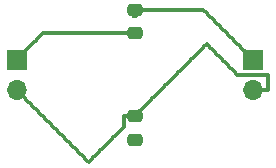
<source format=gtl>
%TF.GenerationSoftware,KiCad,Pcbnew,9.0.7*%
%TF.CreationDate,2026-01-08T12:12:57-08:00*%
%TF.ProjectId,voltage_divider_routed,766f6c74-6167-4655-9f64-697669646572,rev?*%
%TF.SameCoordinates,Original*%
%TF.FileFunction,Copper,L1,Top*%
%TF.FilePolarity,Positive*%
%FSLAX46Y46*%
G04 Gerber Fmt 4.6, Leading zero omitted, Abs format (unit mm)*
G04 Created by KiCad (PCBNEW 9.0.7) date 2026-01-08 12:12:57*
%MOMM*%
%LPD*%
G01*
G04 APERTURE LIST*
G04 Aperture macros list*
%AMRoundRect*
0 Rectangle with rounded corners*
0 $1 Rounding radius*
0 $2 $3 $4 $5 $6 $7 $8 $9 X,Y pos of 4 corners*
0 Add a 4 corners polygon primitive as box body*
4,1,4,$2,$3,$4,$5,$6,$7,$8,$9,$2,$3,0*
0 Add four circle primitives for the rounded corners*
1,1,$1+$1,$2,$3*
1,1,$1+$1,$4,$5*
1,1,$1+$1,$6,$7*
1,1,$1+$1,$8,$9*
0 Add four rect primitives between the rounded corners*
20,1,$1+$1,$2,$3,$4,$5,0*
20,1,$1+$1,$4,$5,$6,$7,0*
20,1,$1+$1,$6,$7,$8,$9,0*
20,1,$1+$1,$8,$9,$2,$3,0*%
G04 Aperture macros list end*
%TA.AperFunction,ComponentPad*%
%ADD10R,1.700000X1.700000*%
%TD*%
%TA.AperFunction,ComponentPad*%
%ADD11O,1.700000X1.700000*%
%TD*%
%TA.AperFunction,SMDPad,CuDef*%
%ADD12RoundRect,0.250000X0.400000X-0.250000X0.400000X0.250000X-0.400000X0.250000X-0.400000X-0.250000X0*%
%TD*%
%TA.AperFunction,ViaPad*%
%ADD13C,0.600000*%
%TD*%
%TA.AperFunction,Conductor*%
%ADD14C,0.300000*%
%TD*%
G04 APERTURE END LIST*
D10*
%TO.P,J1,1*%
%TO.N,VIN*%
X105000000Y-111230000D03*
D11*
%TO.P,J1,2*%
%TO.N,GND*%
X105000000Y-113770000D03*
%TD*%
D12*
%TO.P,R1,1*%
%TO.N,VIN*%
X115000000Y-109000000D03*
%TO.P,R1,2*%
%TO.N,VOUT*%
X115000000Y-107000000D03*
%TD*%
%TO.P,R2,1*%
%TO.N,VOUT*%
X115000000Y-118000000D03*
%TO.P,R2,2*%
%TO.N,GND*%
X115000000Y-116000000D03*
%TD*%
D10*
%TO.P,J2,1*%
%TO.N,VOUT*%
X125000000Y-111230000D03*
D11*
%TO.P,J2,2*%
%TO.N,GND*%
X125000000Y-113770000D03*
%TD*%
D13*
%TO.N,VOUT*%
X115000000Y-107400000D03*
X115000000Y-118000000D03*
%TD*%
D14*
%TO.N,GND*%
X105000000Y-113770000D02*
X105000000Y-113800000D01*
X105000000Y-113800000D02*
X105100000Y-113900000D01*
X105100000Y-113900000D02*
X105200000Y-114000000D01*
X105200000Y-114000000D02*
X105300000Y-114100000D01*
X105300000Y-114100000D02*
X105400000Y-114200000D01*
X105400000Y-114200000D02*
X105500000Y-114300000D01*
X105500000Y-114300000D02*
X105600000Y-114400000D01*
X105600000Y-114400000D02*
X105700000Y-114500000D01*
X105700000Y-114500000D02*
X105800000Y-114600000D01*
X105800000Y-114600000D02*
X105900000Y-114700000D01*
X105900000Y-114700000D02*
X106000000Y-114800000D01*
X106000000Y-114800000D02*
X106100000Y-114900000D01*
X106100000Y-114900000D02*
X106200000Y-115000000D01*
X106200000Y-115000000D02*
X106300000Y-115100000D01*
X106300000Y-115100000D02*
X106400000Y-115200000D01*
X106400000Y-115200000D02*
X106500000Y-115300000D01*
X106500000Y-115300000D02*
X106600000Y-115400000D01*
X106600000Y-115400000D02*
X106700000Y-115500000D01*
X106700000Y-115500000D02*
X106800000Y-115600000D01*
X106800000Y-115600000D02*
X106900000Y-115700000D01*
X106900000Y-115700000D02*
X107000000Y-115800000D01*
X107000000Y-115800000D02*
X107100000Y-115900000D01*
X107100000Y-115900000D02*
X107200000Y-116000000D01*
X107200000Y-116000000D02*
X107300000Y-116100000D01*
X107300000Y-116100000D02*
X107400000Y-116200000D01*
X107400000Y-116200000D02*
X107500000Y-116300000D01*
X107500000Y-116300000D02*
X107600000Y-116400000D01*
X107600000Y-116400000D02*
X107700000Y-116500000D01*
X107700000Y-116500000D02*
X107800000Y-116600000D01*
X107800000Y-116600000D02*
X107900000Y-116700000D01*
X107900000Y-116700000D02*
X108000000Y-116800000D01*
X108000000Y-116800000D02*
X108100000Y-116900000D01*
X108100000Y-116900000D02*
X108200000Y-117000000D01*
X108200000Y-117000000D02*
X108300000Y-117100000D01*
X108300000Y-117100000D02*
X108400000Y-117200000D01*
X108400000Y-117200000D02*
X108500000Y-117300000D01*
X108500000Y-117300000D02*
X108600000Y-117400000D01*
X108600000Y-117400000D02*
X108700000Y-117500000D01*
X108700000Y-117500000D02*
X108800000Y-117600000D01*
X108800000Y-117600000D02*
X108900000Y-117700000D01*
X108900000Y-117700000D02*
X109000000Y-117800000D01*
X109000000Y-117800000D02*
X109100000Y-117900000D01*
X109100000Y-117900000D02*
X109200000Y-118000000D01*
X109200000Y-118000000D02*
X109300000Y-118100000D01*
X109300000Y-118100000D02*
X109400000Y-118200000D01*
X109400000Y-118200000D02*
X109500000Y-118300000D01*
X109500000Y-118300000D02*
X109600000Y-118400000D01*
X109600000Y-118400000D02*
X109700000Y-118500000D01*
X109700000Y-118500000D02*
X109800000Y-118600000D01*
X109800000Y-118600000D02*
X109900000Y-118700000D01*
X109900000Y-118700000D02*
X110000000Y-118800000D01*
X110000000Y-118800000D02*
X110100000Y-118900000D01*
X110100000Y-118900000D02*
X110200000Y-119000000D01*
X110200000Y-119000000D02*
X110300000Y-119100000D01*
X110300000Y-119100000D02*
X110400000Y-119200000D01*
X110400000Y-119200000D02*
X110500000Y-119300000D01*
X110500000Y-119300000D02*
X110600000Y-119400000D01*
X110600000Y-119400000D02*
X110700000Y-119500000D01*
X110700000Y-119500000D02*
X110800000Y-119600000D01*
X110800000Y-119600000D02*
X110900000Y-119700000D01*
X110900000Y-119700000D02*
X111000000Y-119800000D01*
X111000000Y-119800000D02*
X111100000Y-119900000D01*
X111100000Y-119900000D02*
X111200000Y-119800000D01*
X111200000Y-119800000D02*
X111300000Y-119700000D01*
X111300000Y-119700000D02*
X111400000Y-119600000D01*
X111400000Y-119600000D02*
X111500000Y-119500000D01*
X111500000Y-119500000D02*
X111600000Y-119400000D01*
X111600000Y-119400000D02*
X111700000Y-119300000D01*
X111700000Y-119300000D02*
X111800000Y-119200000D01*
X111800000Y-119200000D02*
X111900000Y-119100000D01*
X111900000Y-119100000D02*
X112000000Y-119000000D01*
X112000000Y-119000000D02*
X112100000Y-118900000D01*
X112100000Y-118900000D02*
X112200000Y-118800000D01*
X112200000Y-118800000D02*
X112300000Y-118700000D01*
X112300000Y-118700000D02*
X112400000Y-118600000D01*
X112400000Y-118600000D02*
X112500000Y-118500000D01*
X112500000Y-118500000D02*
X112600000Y-118400000D01*
X112600000Y-118400000D02*
X112700000Y-118300000D01*
X112700000Y-118300000D02*
X112800000Y-118200000D01*
X112800000Y-118200000D02*
X112900000Y-118100000D01*
X112900000Y-118100000D02*
X113000000Y-118000000D01*
X113000000Y-118000000D02*
X113100000Y-117900000D01*
X113100000Y-117900000D02*
X113200000Y-117800000D01*
X113200000Y-117800000D02*
X113300000Y-117700000D01*
X113300000Y-117700000D02*
X113400000Y-117600000D01*
X113400000Y-117600000D02*
X113500000Y-117500000D01*
X113500000Y-117500000D02*
X113600000Y-117400000D01*
X113600000Y-117400000D02*
X113700000Y-117300000D01*
X113700000Y-117300000D02*
X113800000Y-117200000D01*
X113800000Y-117200000D02*
X113900000Y-117100000D01*
X113900000Y-117100000D02*
X114000000Y-117000000D01*
X114000000Y-117000000D02*
X114100000Y-116900000D01*
X114100000Y-116900000D02*
X114100000Y-116800000D01*
X114100000Y-116800000D02*
X114100000Y-116700000D01*
X114100000Y-116700000D02*
X114100000Y-116600000D01*
X114100000Y-116600000D02*
X114100000Y-116500000D01*
X114100000Y-116500000D02*
X114100000Y-116400000D01*
X114100000Y-116400000D02*
X114100000Y-116300000D01*
X114100000Y-116300000D02*
X114100000Y-116200000D01*
X114100000Y-116200000D02*
X114100000Y-116100000D01*
X114100000Y-116100000D02*
X114100000Y-116000000D01*
X114100000Y-116000000D02*
X114200000Y-116000000D01*
X114200000Y-116000000D02*
X114300000Y-116000000D01*
X114300000Y-116000000D02*
X114400000Y-116000000D01*
X114400000Y-116000000D02*
X114500000Y-116000000D01*
X114500000Y-116000000D02*
X114600000Y-116000000D01*
X114600000Y-116000000D02*
X114700000Y-116000000D01*
X114700000Y-116000000D02*
X114800000Y-116000000D01*
X114800000Y-116000000D02*
X114900000Y-116000000D01*
X114900000Y-116000000D02*
X115000000Y-116000000D01*
X115000000Y-116000000D02*
X115100000Y-115900000D01*
X115100000Y-115900000D02*
X115200000Y-115800000D01*
X115200000Y-115800000D02*
X115300000Y-115700000D01*
X115300000Y-115700000D02*
X115400000Y-115600000D01*
X115400000Y-115600000D02*
X115500000Y-115500000D01*
X115500000Y-115500000D02*
X115600000Y-115400000D01*
X115600000Y-115400000D02*
X115700000Y-115300000D01*
X115700000Y-115300000D02*
X115800000Y-115200000D01*
X115800000Y-115200000D02*
X115900000Y-115100000D01*
X115900000Y-115100000D02*
X116000000Y-115000000D01*
X116000000Y-115000000D02*
X116100000Y-114900000D01*
X116100000Y-114900000D02*
X116200000Y-114800000D01*
X116200000Y-114800000D02*
X116300000Y-114700000D01*
X116300000Y-114700000D02*
X116400000Y-114600000D01*
X116400000Y-114600000D02*
X116500000Y-114500000D01*
X116500000Y-114500000D02*
X116600000Y-114400000D01*
X116600000Y-114400000D02*
X116700000Y-114300000D01*
X116700000Y-114300000D02*
X116800000Y-114200000D01*
X116800000Y-114200000D02*
X116900000Y-114100000D01*
X116900000Y-114100000D02*
X117000000Y-114000000D01*
X117000000Y-114000000D02*
X117100000Y-113900000D01*
X117100000Y-113900000D02*
X117200000Y-113800000D01*
X117200000Y-113800000D02*
X117300000Y-113700000D01*
X117300000Y-113700000D02*
X117400000Y-113600000D01*
X117400000Y-113600000D02*
X117500000Y-113500000D01*
X117500000Y-113500000D02*
X117600000Y-113400000D01*
X117600000Y-113400000D02*
X117700000Y-113300000D01*
X117700000Y-113300000D02*
X117800000Y-113200000D01*
X117800000Y-113200000D02*
X117900000Y-113100000D01*
X117900000Y-113100000D02*
X118000000Y-113000000D01*
X118000000Y-113000000D02*
X118100000Y-112900000D01*
X118100000Y-112900000D02*
X118200000Y-112800000D01*
X118200000Y-112800000D02*
X118300000Y-112700000D01*
X118300000Y-112700000D02*
X118400000Y-112600000D01*
X118400000Y-112600000D02*
X118500000Y-112500000D01*
X118500000Y-112500000D02*
X118600000Y-112400000D01*
X118600000Y-112400000D02*
X118700000Y-112300000D01*
X118700000Y-112300000D02*
X118800000Y-112200000D01*
X118800000Y-112200000D02*
X118900000Y-112100000D01*
X118900000Y-112100000D02*
X119000000Y-112000000D01*
X119000000Y-112000000D02*
X119100000Y-111900000D01*
X119100000Y-111900000D02*
X119200000Y-111800000D01*
X119200000Y-111800000D02*
X119300000Y-111700000D01*
X119300000Y-111700000D02*
X119400000Y-111600000D01*
X119400000Y-111600000D02*
X119500000Y-111500000D01*
X119500000Y-111500000D02*
X119600000Y-111400000D01*
X119600000Y-111400000D02*
X119700000Y-111300000D01*
X119700000Y-111300000D02*
X119800000Y-111200000D01*
X119800000Y-111200000D02*
X119900000Y-111100000D01*
X119900000Y-111100000D02*
X120000000Y-111000000D01*
X120000000Y-111000000D02*
X120100000Y-110900000D01*
X120100000Y-110900000D02*
X120200000Y-110800000D01*
X120200000Y-110800000D02*
X120300000Y-110700000D01*
X120300000Y-110700000D02*
X120400000Y-110600000D01*
X120400000Y-110600000D02*
X120500000Y-110500000D01*
X120500000Y-110500000D02*
X120600000Y-110400000D01*
X120600000Y-110400000D02*
X120700000Y-110300000D01*
X120700000Y-110300000D02*
X120800000Y-110200000D01*
X120800000Y-110200000D02*
X120900000Y-110100000D01*
X120900000Y-110100000D02*
X121000000Y-110000000D01*
X121000000Y-110000000D02*
X121100000Y-109900000D01*
X121100000Y-109900000D02*
X121200000Y-110000000D01*
X121200000Y-110000000D02*
X121300000Y-110100000D01*
X121300000Y-110100000D02*
X121400000Y-110200000D01*
X121400000Y-110200000D02*
X121500000Y-110300000D01*
X121500000Y-110300000D02*
X121600000Y-110400000D01*
X121600000Y-110400000D02*
X121700000Y-110500000D01*
X121700000Y-110500000D02*
X121800000Y-110600000D01*
X121800000Y-110600000D02*
X121900000Y-110700000D01*
X121900000Y-110700000D02*
X122000000Y-110800000D01*
X122000000Y-110800000D02*
X122100000Y-110900000D01*
X122100000Y-110900000D02*
X122200000Y-111000000D01*
X122200000Y-111000000D02*
X122300000Y-111100000D01*
X122300000Y-111100000D02*
X122400000Y-111200000D01*
X122400000Y-111200000D02*
X122500000Y-111300000D01*
X122500000Y-111300000D02*
X122600000Y-111400000D01*
X122600000Y-111400000D02*
X122700000Y-111500000D01*
X122700000Y-111500000D02*
X122800000Y-111600000D01*
X122800000Y-111600000D02*
X122900000Y-111700000D01*
X122900000Y-111700000D02*
X123000000Y-111800000D01*
X123000000Y-111800000D02*
X123100000Y-111900000D01*
X123100000Y-111900000D02*
X123200000Y-112000000D01*
X123200000Y-112000000D02*
X123300000Y-112100000D01*
X123300000Y-112100000D02*
X123400000Y-112200000D01*
X123400000Y-112200000D02*
X123500000Y-112300000D01*
X123500000Y-112300000D02*
X123600000Y-112400000D01*
X123600000Y-112400000D02*
X123700000Y-112500000D01*
X123700000Y-112500000D02*
X123800000Y-112500000D01*
X123800000Y-112500000D02*
X123900000Y-112500000D01*
X123900000Y-112500000D02*
X124000000Y-112500000D01*
X124000000Y-112500000D02*
X124100000Y-112500000D01*
X124100000Y-112500000D02*
X124200000Y-112500000D01*
X124200000Y-112500000D02*
X124300000Y-112500000D01*
X124300000Y-112500000D02*
X124400000Y-112500000D01*
X124400000Y-112500000D02*
X124500000Y-112500000D01*
X124500000Y-112500000D02*
X124600000Y-112500000D01*
X124600000Y-112500000D02*
X124700000Y-112500000D01*
X124700000Y-112500000D02*
X124800000Y-112500000D01*
X124800000Y-112500000D02*
X124900000Y-112500000D01*
X124900000Y-112500000D02*
X125000000Y-112500000D01*
X125000000Y-112500000D02*
X125100000Y-112500000D01*
X125100000Y-112500000D02*
X125200000Y-112500000D01*
X125200000Y-112500000D02*
X125300000Y-112500000D01*
X125300000Y-112500000D02*
X125400000Y-112500000D01*
X125400000Y-112500000D02*
X125500000Y-112500000D01*
X125500000Y-112500000D02*
X125600000Y-112500000D01*
X125600000Y-112500000D02*
X125700000Y-112500000D01*
X125700000Y-112500000D02*
X125800000Y-112500000D01*
X125800000Y-112500000D02*
X125900000Y-112500000D01*
X125900000Y-112500000D02*
X126000000Y-112500000D01*
X126000000Y-112500000D02*
X126100000Y-112500000D01*
X126100000Y-112500000D02*
X126200000Y-112500000D01*
X126200000Y-112500000D02*
X126300000Y-112500000D01*
X126300000Y-112500000D02*
X126300000Y-112600000D01*
X126300000Y-112600000D02*
X126300000Y-112700000D01*
X126300000Y-112700000D02*
X126300000Y-112800000D01*
X126300000Y-112800000D02*
X126300000Y-112900000D01*
X126300000Y-112900000D02*
X126300000Y-113000000D01*
X126300000Y-113000000D02*
X126300000Y-113100000D01*
X126300000Y-113100000D02*
X126300000Y-113200000D01*
X126300000Y-113200000D02*
X126300000Y-113300000D01*
X126300000Y-113300000D02*
X126300000Y-113400000D01*
X126300000Y-113400000D02*
X126300000Y-113500000D01*
X126300000Y-113500000D02*
X126300000Y-113600000D01*
X126300000Y-113600000D02*
X126300000Y-113700000D01*
X126300000Y-113700000D02*
X126300000Y-113800000D01*
X126300000Y-113800000D02*
X126200000Y-113800000D01*
X126200000Y-113800000D02*
X126100000Y-113800000D01*
X126100000Y-113800000D02*
X126000000Y-113800000D01*
X126000000Y-113800000D02*
X125900000Y-113800000D01*
X125900000Y-113800000D02*
X125800000Y-113800000D01*
X125800000Y-113800000D02*
X125700000Y-113800000D01*
X125700000Y-113800000D02*
X125600000Y-113800000D01*
X125600000Y-113800000D02*
X125500000Y-113800000D01*
X125500000Y-113800000D02*
X125400000Y-113800000D01*
X125400000Y-113800000D02*
X125300000Y-113800000D01*
X125300000Y-113800000D02*
X125200000Y-113800000D01*
X125200000Y-113800000D02*
X125100000Y-113800000D01*
X125100000Y-113800000D02*
X125000000Y-113800000D01*
X125000000Y-113800000D02*
X125000000Y-113770000D01*
%TO.N,VIN*%
X105000000Y-111230000D02*
X105000000Y-111200000D01*
X105000000Y-111200000D02*
X105100000Y-111100000D01*
X105100000Y-111100000D02*
X105200000Y-111000000D01*
X105200000Y-111000000D02*
X105300000Y-110900000D01*
X105300000Y-110900000D02*
X105400000Y-110800000D01*
X105400000Y-110800000D02*
X105500000Y-110700000D01*
X105500000Y-110700000D02*
X105600000Y-110600000D01*
X105600000Y-110600000D02*
X105700000Y-110500000D01*
X105700000Y-110500000D02*
X105800000Y-110400000D01*
X105800000Y-110400000D02*
X105900000Y-110300000D01*
X105900000Y-110300000D02*
X106000000Y-110200000D01*
X106000000Y-110200000D02*
X106100000Y-110100000D01*
X106100000Y-110100000D02*
X106200000Y-110000000D01*
X106200000Y-110000000D02*
X106300000Y-109900000D01*
X106300000Y-109900000D02*
X106400000Y-109800000D01*
X106400000Y-109800000D02*
X106500000Y-109700000D01*
X106500000Y-109700000D02*
X106600000Y-109600000D01*
X106600000Y-109600000D02*
X106700000Y-109500000D01*
X106700000Y-109500000D02*
X106800000Y-109400000D01*
X106800000Y-109400000D02*
X106900000Y-109300000D01*
X106900000Y-109300000D02*
X107000000Y-109200000D01*
X107000000Y-109200000D02*
X107100000Y-109100000D01*
X107100000Y-109100000D02*
X107200000Y-109000000D01*
X107200000Y-109000000D02*
X107300000Y-109000000D01*
X107300000Y-109000000D02*
X107400000Y-109000000D01*
X107400000Y-109000000D02*
X107500000Y-109000000D01*
X107500000Y-109000000D02*
X107600000Y-109000000D01*
X107600000Y-109000000D02*
X107700000Y-109000000D01*
X107700000Y-109000000D02*
X107800000Y-109000000D01*
X107800000Y-109000000D02*
X107900000Y-109000000D01*
X107900000Y-109000000D02*
X108000000Y-109000000D01*
X108000000Y-109000000D02*
X108100000Y-109000000D01*
X108100000Y-109000000D02*
X108200000Y-109000000D01*
X108200000Y-109000000D02*
X108300000Y-109000000D01*
X108300000Y-109000000D02*
X108400000Y-109000000D01*
X108400000Y-109000000D02*
X108500000Y-109000000D01*
X108500000Y-109000000D02*
X108600000Y-109000000D01*
X108600000Y-109000000D02*
X108700000Y-109000000D01*
X108700000Y-109000000D02*
X108800000Y-109000000D01*
X108800000Y-109000000D02*
X108900000Y-109000000D01*
X108900000Y-109000000D02*
X109000000Y-109000000D01*
X109000000Y-109000000D02*
X109100000Y-109000000D01*
X109100000Y-109000000D02*
X109200000Y-109000000D01*
X109200000Y-109000000D02*
X109300000Y-109000000D01*
X109300000Y-109000000D02*
X109400000Y-109000000D01*
X109400000Y-109000000D02*
X109500000Y-109000000D01*
X109500000Y-109000000D02*
X109600000Y-109000000D01*
X109600000Y-109000000D02*
X109700000Y-109000000D01*
X109700000Y-109000000D02*
X109800000Y-109000000D01*
X109800000Y-109000000D02*
X109900000Y-109000000D01*
X109900000Y-109000000D02*
X110000000Y-109000000D01*
X110000000Y-109000000D02*
X110100000Y-109000000D01*
X110100000Y-109000000D02*
X110200000Y-109000000D01*
X110200000Y-109000000D02*
X110300000Y-109000000D01*
X110300000Y-109000000D02*
X110400000Y-109000000D01*
X110400000Y-109000000D02*
X110500000Y-109000000D01*
X110500000Y-109000000D02*
X110600000Y-109000000D01*
X110600000Y-109000000D02*
X110700000Y-109000000D01*
X110700000Y-109000000D02*
X110800000Y-109000000D01*
X110800000Y-109000000D02*
X110900000Y-109000000D01*
X110900000Y-109000000D02*
X111000000Y-109000000D01*
X111000000Y-109000000D02*
X111100000Y-109000000D01*
X111100000Y-109000000D02*
X111200000Y-109000000D01*
X111200000Y-109000000D02*
X111300000Y-109000000D01*
X111300000Y-109000000D02*
X111400000Y-109000000D01*
X111400000Y-109000000D02*
X111500000Y-109000000D01*
X111500000Y-109000000D02*
X111600000Y-109000000D01*
X111600000Y-109000000D02*
X111700000Y-109000000D01*
X111700000Y-109000000D02*
X111800000Y-109000000D01*
X111800000Y-109000000D02*
X111900000Y-109000000D01*
X111900000Y-109000000D02*
X112000000Y-109000000D01*
X112000000Y-109000000D02*
X112100000Y-109000000D01*
X112100000Y-109000000D02*
X112200000Y-109000000D01*
X112200000Y-109000000D02*
X112300000Y-109000000D01*
X112300000Y-109000000D02*
X112400000Y-109000000D01*
X112400000Y-109000000D02*
X112500000Y-109000000D01*
X112500000Y-109000000D02*
X112600000Y-109000000D01*
X112600000Y-109000000D02*
X112700000Y-109000000D01*
X112700000Y-109000000D02*
X112800000Y-109000000D01*
X112800000Y-109000000D02*
X112900000Y-109000000D01*
X112900000Y-109000000D02*
X113000000Y-109000000D01*
X113000000Y-109000000D02*
X113100000Y-109000000D01*
X113100000Y-109000000D02*
X113200000Y-109000000D01*
X113200000Y-109000000D02*
X113300000Y-109000000D01*
X113300000Y-109000000D02*
X113400000Y-109000000D01*
X113400000Y-109000000D02*
X113500000Y-109000000D01*
X113500000Y-109000000D02*
X113600000Y-109000000D01*
X113600000Y-109000000D02*
X113700000Y-109000000D01*
X113700000Y-109000000D02*
X113800000Y-109000000D01*
X113800000Y-109000000D02*
X113900000Y-109000000D01*
X113900000Y-109000000D02*
X114000000Y-109000000D01*
X114000000Y-109000000D02*
X114100000Y-109000000D01*
X114100000Y-109000000D02*
X114200000Y-109000000D01*
X114200000Y-109000000D02*
X114300000Y-109000000D01*
X114300000Y-109000000D02*
X114400000Y-109000000D01*
X114400000Y-109000000D02*
X114500000Y-109000000D01*
X114500000Y-109000000D02*
X114600000Y-109000000D01*
X114600000Y-109000000D02*
X114700000Y-109000000D01*
X114700000Y-109000000D02*
X114800000Y-109000000D01*
X114800000Y-109000000D02*
X114900000Y-109000000D01*
X114900000Y-109000000D02*
X115000000Y-109000000D01*
%TO.N,VOUT*%
X115000000Y-107000000D02*
X115000000Y-107100000D01*
X115000000Y-107100000D02*
X115000000Y-107200000D01*
X115000000Y-107200000D02*
X115000000Y-107300000D01*
X115000000Y-107300000D02*
X115000000Y-107400000D01*
X115000000Y-107000000D02*
X115100000Y-107000000D01*
X115100000Y-107000000D02*
X115200000Y-107000000D01*
X115200000Y-107000000D02*
X115300000Y-107000000D01*
X115300000Y-107000000D02*
X115400000Y-107000000D01*
X115400000Y-107000000D02*
X115500000Y-107000000D01*
X115500000Y-107000000D02*
X115600000Y-107000000D01*
X115600000Y-107000000D02*
X115700000Y-107000000D01*
X115700000Y-107000000D02*
X115800000Y-107000000D01*
X115800000Y-107000000D02*
X115900000Y-107000000D01*
X115900000Y-107000000D02*
X116000000Y-107000000D01*
X116000000Y-107000000D02*
X116100000Y-107000000D01*
X116100000Y-107000000D02*
X116200000Y-107000000D01*
X116200000Y-107000000D02*
X116300000Y-107000000D01*
X116300000Y-107000000D02*
X116400000Y-107000000D01*
X116400000Y-107000000D02*
X116500000Y-107000000D01*
X116500000Y-107000000D02*
X116600000Y-107000000D01*
X116600000Y-107000000D02*
X116700000Y-107000000D01*
X116700000Y-107000000D02*
X116800000Y-107000000D01*
X116800000Y-107000000D02*
X116900000Y-107000000D01*
X116900000Y-107000000D02*
X117000000Y-107000000D01*
X117000000Y-107000000D02*
X117100000Y-107000000D01*
X117100000Y-107000000D02*
X117200000Y-107000000D01*
X117200000Y-107000000D02*
X117300000Y-107000000D01*
X117300000Y-107000000D02*
X117400000Y-107000000D01*
X117400000Y-107000000D02*
X117500000Y-107000000D01*
X117500000Y-107000000D02*
X117600000Y-107000000D01*
X117600000Y-107000000D02*
X117700000Y-107000000D01*
X117700000Y-107000000D02*
X117800000Y-107000000D01*
X117800000Y-107000000D02*
X117900000Y-107000000D01*
X117900000Y-107000000D02*
X118000000Y-107000000D01*
X118000000Y-107000000D02*
X118100000Y-107000000D01*
X118100000Y-107000000D02*
X118200000Y-107000000D01*
X118200000Y-107000000D02*
X118300000Y-107000000D01*
X118300000Y-107000000D02*
X118400000Y-107000000D01*
X118400000Y-107000000D02*
X118500000Y-107000000D01*
X118500000Y-107000000D02*
X118600000Y-107000000D01*
X118600000Y-107000000D02*
X118700000Y-107000000D01*
X118700000Y-107000000D02*
X118800000Y-107000000D01*
X118800000Y-107000000D02*
X118900000Y-107000000D01*
X118900000Y-107000000D02*
X119000000Y-107000000D01*
X119000000Y-107000000D02*
X119100000Y-107000000D01*
X119100000Y-107000000D02*
X119200000Y-107000000D01*
X119200000Y-107000000D02*
X119300000Y-107000000D01*
X119300000Y-107000000D02*
X119400000Y-107000000D01*
X119400000Y-107000000D02*
X119500000Y-107000000D01*
X119500000Y-107000000D02*
X119600000Y-107000000D01*
X119600000Y-107000000D02*
X119700000Y-107000000D01*
X119700000Y-107000000D02*
X119800000Y-107000000D01*
X119800000Y-107000000D02*
X119900000Y-107000000D01*
X119900000Y-107000000D02*
X120000000Y-107000000D01*
X120000000Y-107000000D02*
X120100000Y-107000000D01*
X120100000Y-107000000D02*
X120200000Y-107000000D01*
X120200000Y-107000000D02*
X120300000Y-107000000D01*
X120300000Y-107000000D02*
X120400000Y-107000000D01*
X120400000Y-107000000D02*
X120500000Y-107000000D01*
X120500000Y-107000000D02*
X120600000Y-107000000D01*
X120600000Y-107000000D02*
X120700000Y-107000000D01*
X120700000Y-107000000D02*
X120800000Y-107000000D01*
X120800000Y-107000000D02*
X120900000Y-107100000D01*
X120900000Y-107100000D02*
X121000000Y-107200000D01*
X121000000Y-107200000D02*
X121100000Y-107300000D01*
X121100000Y-107300000D02*
X121200000Y-107400000D01*
X121200000Y-107400000D02*
X121300000Y-107500000D01*
X121300000Y-107500000D02*
X121400000Y-107600000D01*
X121400000Y-107600000D02*
X121500000Y-107700000D01*
X121500000Y-107700000D02*
X121600000Y-107800000D01*
X121600000Y-107800000D02*
X121700000Y-107900000D01*
X121700000Y-107900000D02*
X121800000Y-108000000D01*
X121800000Y-108000000D02*
X121900000Y-108100000D01*
X121900000Y-108100000D02*
X122000000Y-108200000D01*
X122000000Y-108200000D02*
X122100000Y-108300000D01*
X122100000Y-108300000D02*
X122200000Y-108400000D01*
X122200000Y-108400000D02*
X122300000Y-108500000D01*
X122300000Y-108500000D02*
X122400000Y-108600000D01*
X122400000Y-108600000D02*
X122500000Y-108700000D01*
X122500000Y-108700000D02*
X122600000Y-108800000D01*
X122600000Y-108800000D02*
X122700000Y-108900000D01*
X122700000Y-108900000D02*
X122800000Y-109000000D01*
X122800000Y-109000000D02*
X122900000Y-109100000D01*
X122900000Y-109100000D02*
X123000000Y-109200000D01*
X123000000Y-109200000D02*
X123100000Y-109300000D01*
X123100000Y-109300000D02*
X123200000Y-109400000D01*
X123200000Y-109400000D02*
X123300000Y-109500000D01*
X123300000Y-109500000D02*
X123400000Y-109600000D01*
X123400000Y-109600000D02*
X123500000Y-109700000D01*
X123500000Y-109700000D02*
X123600000Y-109800000D01*
X123600000Y-109800000D02*
X123700000Y-109900000D01*
X123700000Y-109900000D02*
X123800000Y-110000000D01*
X123800000Y-110000000D02*
X123900000Y-110100000D01*
X123900000Y-110100000D02*
X124000000Y-110200000D01*
X124000000Y-110200000D02*
X124100000Y-110300000D01*
X124100000Y-110300000D02*
X124200000Y-110400000D01*
X124200000Y-110400000D02*
X124300000Y-110500000D01*
X124300000Y-110500000D02*
X124400000Y-110600000D01*
X124400000Y-110600000D02*
X124500000Y-110700000D01*
X124500000Y-110700000D02*
X124600000Y-110800000D01*
X124600000Y-110800000D02*
X124700000Y-110900000D01*
X124700000Y-110900000D02*
X124800000Y-111000000D01*
X124800000Y-111000000D02*
X124900000Y-111100000D01*
X124900000Y-111100000D02*
X125000000Y-111200000D01*
X125000000Y-111200000D02*
X125000000Y-111230000D01*
%TD*%
M02*

</source>
